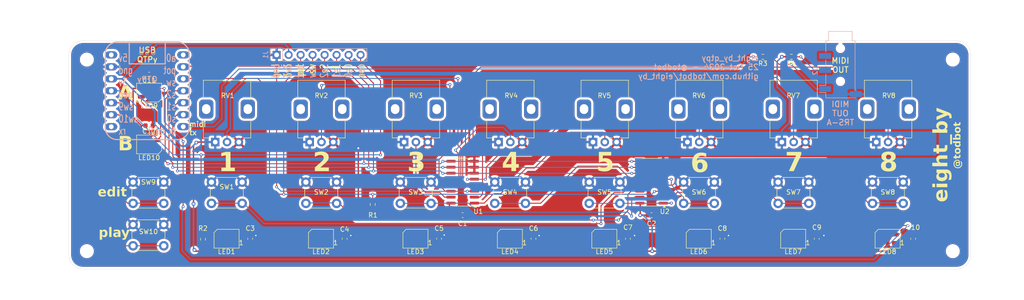
<source format=kicad_pcb>
(kicad_pcb (version 20240108) (generator "pcbnew") (generator_version "8.0")
  (layers (0 "F.Cu" signal) (31 "B.Cu" signal) (34 "B.Paste" user) (35 "F.Paste" user) (36 "B.SilkS" user "B.Silkscreen") (37 "F.SilkS" user "F.Silkscreen") (38 "B.Mask" user) (39 "F.Mask" user) (44 "Edge.Cuts" user))
  (net 0 "")
  (net 1 "/POT1")
  (net 2 "+3V3")
  (net 3 "GND")
  (net 4 "/SW1")
  (net 5 "/POT2")
  (net 6 "/POT3")
  (net 7 "/POT4")
  (net 8 "/POT5")
  (net 9 "/POT6")
  (net 10 "/POT7")
  (net 11 "/POT8")
  (net 12 "/SW2")
  (net 13 "/SW3")
  (net 14 "/SW4")
  (net 15 "/SW5")
  (net 16 "/SW6")
  (net 17 "/SW7")
  (net 18 "/SW8")
  (net 19 "/POT")
  (net 20 "/S0")
  (net 21 "/S1")
  (net 22 "/S2")
  (net 23 "/SW")
  (net 24 "/NEOPIXEL")
  (net 25 "Net-(LED1-DOUT)")
  (net 26 "Net-(LED2-DOUT)")
  (net 27 "Net-(LED3-DOUT)")
  (net 28 "Net-(LED4-DOUT)")
  (net 29 "Net-(LED5-DOUT)")
  (net 30 "Net-(LED6-DOUT)")
  (net 31 "Net-(LED7-DOUT)")
  (net 32 "Net-(LED1-DIN)")
  (net 33 "/SW9")
  (net 34 "/SW10")
  (net 39 "Net-(LED8-DOUT)")
  (net 40 "Net-(LED10-DIN)")
  (net 42 "Net-(J2-PadR1)")
  (net 43 "Net-(J2-PadT)")
  (net 44 "/MIDI_OUT")
  (footprint "Button_Switch_THT:SW_PUSH_6mm_H7.3mm" (layer "F.Cu") (at 55.6 51.4)
    (property "Reference" "SW1")
    (property "Value" "SW_Push_45deg")
  )
  (footprint "Capacitor_SMD:C_0603_1608Metric" (layer "F.Cu") (at 204.2 63.4 90)
    (property "Reference" "C10")
    (property "Value" "100n")
  )
  (footprint "Button_Switch_THT:SW_PUSH_6mm_H7.3mm" (layer "F.Cu") (at 39 60.4)
    (property "Reference" "SW10")
    (property "Value" "SW_Push_45deg")
  )
  (footprint "Capacitor_SMD:C_0603_1608Metric" (layer "F.Cu") (at 143.8 63.4 90)
    (property "Reference" "C7")
    (property "Value" "100n")
  )
  (footprint "Potentiometer_THT:Potentiometer_Alps_RK09K_Single_Vertical" (layer "F.Cu") (at 136.4 42.9 90)
    (property "Reference" "RV5")
    (property "Value" "R_Potentiometer")
  )
  (footprint "Button_Switch_THT:SW_PUSH_6mm_H7.3mm" (layer "F.Cu") (at 115.6 51.4)
    (property "Reference" "SW4")
    (property "Value" "SW_Push_45deg")
  )
  (footprint "MountingHole:MountingHole_2.5mm" (layer "F.Cu") (at 212.6035 66.04)
    (property "Reference" "H4" (hide yes))
    (property "Value" "MountingHole" (hide yes))
  )
  (footprint "Button_Switch_THT:SW_PUSH_6mm_H7.3mm" (layer "F.Cu") (at 75.6 51.4)
    (property "Reference" "SW2")
    (property "Value" "SW_Push_45deg")
  )
  (footprint "LED_SMD:LED_WS2812B-Mini_PLCC4_3.5x3.5mm" (layer "F.Cu") (at 42.4 32.4)
    (property "Reference" "LED9")
    (property "Value" "WS2812B")
  )
  (footprint "LED_SMD:LED_WS2812B-Mini_PLCC4_3.5x3.5mm" (layer "F.Cu") (at 78.8 63.4 180)
    (property "Reference" "LED2")
    (property "Value" "WS2812B")
  )
  (footprint "Capacitor_SMD:C_0603_1608Metric" (layer "F.Cu") (at 42.4 28.6)
    (property "Reference" "C11")
    (property "Value" "100n")
  )
  (footprint "Capacitor_SMD:C_0603_1608Metric" (layer "F.Cu") (at 83.8 63.4 90)
    (property "Reference" "C4")
    (property "Value" "100n")
  )
  (footprint "Potentiometer_THT:Potentiometer_Alps_RK09K_Single_Vertical" (layer "F.Cu") (at 196.4 42.9 90)
    (property "Reference" "RV8")
    (property "Value" "R_Potentiometer")
  )
  (footprint "Capacitor_SMD:C_0603_1608Metric" (layer "F.Cu") (at 148.8 58.4)
    (property "Reference" "C2")
    (property "Value" "100n")
  )
  (footprint "Button_Switch_THT:SW_PUSH_6mm_H7.3mm" (layer "F.Cu") (at 39 51.4)
    (property "Reference" "SW9")
    (property "Value" "SW_Push_45deg")
  )
  (footprint "LED_SMD:LED_WS2812B-Mini_PLCC4_3.5x3.5mm" (layer "F.Cu") (at 178.8 63.4 180)
    (property "Reference" "LED7")
    (property "Value" "WS2812B")
  )
  (footprint "Button_Switch_THT:SW_PUSH_6mm_H7.3mm" (layer "F.Cu") (at 195.6 51.4)
    (property "Reference" "SW8")
    (property "Value" "SW_Push_45deg")
  )
  (footprint "Potentiometer_THT:Potentiometer_Alps_RK09K_Single_Vertical" (layer "F.Cu") (at 176.4 42.9 90)
    (property "Reference" "RV7")
    (property "Value" "R_Potentiometer")
  )
  (footprint "Capacitor_SMD:C_0603_1608Metric" (layer "F.Cu") (at 42.4 39.4)
    (property "Reference" "C12")
    (property "Value" "100n")
  )
  (footprint "LED_SMD:LED_WS2812B-Mini_PLCC4_3.5x3.5mm" (layer "F.Cu") (at 158.8 63.4 180)
    (property "Reference" "LED6")
    (property "Value" "WS2812B")
  )
  (footprint "Potentiometer_THT:Potentiometer_Alps_RK09K_Single_Vertical" (layer "F.Cu") (at 156.4 42.9 90)
    (property "Reference" "RV6")
    (property "Value" "R_Potentiometer")
  )
  (footprint "Package_SO:SOIC-16_3.9x9.9mm_P1.27mm" (layer "F.Cu") (at 108.8 51.4 180)
    (property "Reference" "U1")
    (property "Value" "74HC4051")
  )
  (footprint "MountingHole:MountingHole_2.5mm" (layer "F.Cu") (at 212.6035 25.4)
    (property "Reference" "H3" (hide yes))
    (property "Value" "MountingHole" (hide yes))
  )
  (footprint "Potentiometer_THT:Potentiometer_Alps_RK09K_Single_Vertical" (layer "F.Cu") (at 56.4 42.9 90)
    (property "Reference" "RV1")
    (property "Value" "R_Potentiometer")
  )
  (footprint "Potentiometer_THT:Potentiometer_Alps_RK09K_Single_Vertical" (layer "F.Cu") (at 96.4 42.9 90)
    (property "Reference" "RV3")
    (property "Value" "R_Potentiometer")
  )
  (footprint "LED_SMD:LED_WS2812B-Mini_PLCC4_3.5x3.5mm" (layer "F.Cu") (at 138.8 63.4 180)
    (property "Reference" "LED5")
    (property "Value" "WS2812B")
  )
  (footprint "Resistor_SMD:R_0603_1608Metric" (layer "F.Cu") (at 172.375 24.8 180)
    (property "Reference" "R3")
    (property "Value" "10")
  )
  (footprint "Button_Switch_THT:SW_PUSH_6mm_H7.3mm" (layer "F.Cu") (at 95.6 51.4)
    (property "Reference" "SW3")
    (property "Value" "SW_Push_45deg")
  )
  (footprint "Capacitor_SMD:C_0603_1608Metric" (layer "F.Cu") (at 123.8 63.4 90)
    (property "Reference" "C6")
    (property "Value" "100n")
  )
  (footprint "Capacitor_SMD:C_0603_1608Metric" (layer "F.Cu") (at 63.8 63.4 90)
    (property "Reference" "C3")
    (property "Value" "100n")
  )
  (footprint "Capacitor_SMD:C_0603_1608Metric" (layer "F.Cu") (at 183.8 63.4 90)
    (property "Reference" "C9")
    (property "Value" "100n")
  )
  (footprint "Button_Switch_THT:SW_PUSH_6mm_H7.3mm" (layer "F.Cu") (at 135.6 51.4)
    (property "Reference" "SW5")
    (property "Value" "SW_Push_45deg")
  )
  (footprint "MountingHole:MountingHole_2.5mm" (layer "F.Cu") (at 29.21 66.04)
    (property "Reference" "H2" (hide yes))
    (property "Value" "MountingHole" (hide yes))
  )
  (footprint "Resistor_SMD:R_0603_1608Metric" (layer "F.Cu") (at 53.8035 63.5 90)
    (property "Reference" "R2")
    (property "Value" "470")
  )
  (footprint "Package_SO:SOIC-16_3.9x9.9mm_P1.27mm" (layer "F.Cu") (at 148.8 51.4 180)
    (property "Reference" "U2")
    (property "Value" "74HC4051")
  )
  (footprint "LED_SMD:LED_WS2812B-Mini_PLCC4_3.5x3.5mm" (layer "F.Cu") (at 198.8 63.4 180)
    (property "Reference" "LED8")
    (property "Value" "WS2812B")
  )
  (footprint "Capacitor_SMD:C_0603_1608Metric" (layer "F.Cu") (at 108.8 58.4)
    (property "Reference" "C1")
    (property "Value" "100n")
  )
  (footprint "LED_SMD:LED_WS2812B-Mini_PLCC4_3.5x3.5mm" (layer "F.Cu") (at 98.8 63.4 180)
    (property "Reference" "LED3")
    (property "Value" "WS2812B")
  )
  (footprint "Resistor_SMD:R_0603_1608Metric" (layer "F.Cu") (at 178.4 24.8 180)
    (property "Reference" "R4")
    (property "Value" "33")
  )
  (footprint "Potentiometer_THT:Potentiometer_Alps_RK09K_Single_Vertical" (layer "F.Cu") (at 116.4 42.9 90)
    (property "Reference" "RV4")
    (property "Value" "R_Potentiometer")
  )
  (footprint "Capacitor_SMD:C_0603_1608Metric" (layer "F.Cu") (at 103.8 63.4 90)
    (property "Reference" "C5")
    (property "Value" "100n")
  )
  (footprint "Potentiometer_THT:Potentiometer_Alps_RK09K_Single_Vertical" (layer "F.Cu") (at 76.4 42.9 90)
    (property "Reference" "RV2")
    (property "Value" "R_Potentiometer")
  )
  (footprint "Button_Switch_THT:SW_PUSH_6mm_H7.3mm" (layer "F.Cu") (at 175.6 51.4)
    (property "Reference" "SW7")
    (property "Value" "SW_Push_45deg")
  )
  (footprint "LED_SMD:LED_WS2812B-Mini_PLCC4_3.5x3.5mm" (layer "F.Cu") (at 118.8 63.4 180)
    (property "Reference" "LED4")
    (property "Value" "WS2812B")
  )
  (footprint "MountingHole:MountingHole_2.5mm" (layer "F.Cu") (at 29.21 25.4)
    (property "Reference" "H1" (hide yes))
    (property "Value" "MountingHole" (hide yes))
  )
  (footprint "Resistor_SMD:R_0603_1608Metric" (layer "F.Cu") (at 89.7475 56.134 90)
    (property "Reference" "R1")
    (property "Value" "10k")
  )
  (footprint "Capacitor_SMD:C_0603_1608Metric" (layer "F.Cu") (at 163.8 63.4 90)
    (property "Reference" "C8")
    (property "Value" "100n")
  )
  (footprint "Button_Switch_THT:SW_PUSH_6mm_H7.3mm" (layer "F.Cu") (at 155.6 51.4)
    (property "Reference" "SW6")
    (property "Value" "SW_Push_45deg")
  )
  (footprint "LED_SMD:LED_WS2812B-Mini_PLCC4_3.5x3.5mm" (layer "F.Cu") (at 42.4 43.4)
    (property "Reference" "LED10")
    (property "Value" "WS2812B")
  )
  (footprint "LED_SMD:LED_WS2812B-Mini_PLCC4_3.5x3.5mm" (layer "F.Cu") (at 58.8 63.4 180)
    (property "Reference" "LED1")
    (property "Value" "WS2812B")
  )
  (footprint "todbot_stuff:Jack_3.5mm_PJ320D_Horizontal" (layer "B.Cu") (at 188.8 27.8 -90)
    (property "Reference" "J2")
    (property "Value" "AudioJack4")
  )
  (footprint "todbot_eagle2023:QTPY_TH_HEADERSOCKET" (layer "B.Cu") (at 42 32.02 180)
    (property "Reference" "U3" (hide yes))
    (property "Value" "~")
  )
  (footprint "Connector_PinHeader_2.54mm:PinHeader_1x08_P2.54mm_Vertical" (layer "B.Cu") (at 69.4 24.4 -90)
    (property "Reference" "J1")
    (property "Value" "Conn_01x08")
  )
  (gr_arc (start 216.4 66.85) (mid 215.52132 68.97132) (end 213.4 69.85) (stroke (width 0.05)) (layer "Edge.Cuts"))
  (gr_arc (start 25.4 24.4) (mid 26.27868 22.27868) (end 28.4 21.4) (stroke (width 0.05)) (layer "Edge.Cuts"))
  (gr_arc (start 28.4 69.85) (mid 26.27868 68.97132) (end 25.4 66.85) (stroke (width 0.05)) (layer "Edge.Cuts"))
  (gr_line (start 213.4 69.85) (end 28.4 69.85) (stroke (width 0.05)) (layer "Edge.Cuts"))
  (gr_line (start 216.4 24.4) (end 216.4 66.85) (stroke (width 0.05)) (layer "Edge.Cuts"))
  (gr_line (start 28.4 21.4) (end 213.4 21.4) (stroke (width 0.05)) (layer "Edge.Cuts"))
  (gr_arc (start 213.4 21.4) (mid 215.52132 22.27868) (end 216.4 24.4) (stroke (width 0.05)) (layer "Edge.Cuts"))
  (gr_line (start 25.4 66.85) (end 25.4 24.4) (stroke (width 0.05)) (layer "Edge.Cuts"))
  (gr_text "eight_by_qtpy\n25 Oct 2024 - @todbot \ngithub.com/todbot/eight_by" (at 171.6 27 0) (layer "B.SilkS") (effects (font (size 1.2 1.2) (thickness 0.2) (bold yes)) (justify left mirror)))
  (gr_text "MIDI\nOUT\nTRS-A" (at 188.8 36.8 0) (layer "B.SilkS") (effects (font (size 1.2 1.2) (thickness 0.2) (bold yes)) (justify mirror)))
  (gr_text "QTPy" (at 42 29.6 0) (layer "B.SilkS") (effects (font (size 1.2 1.2) (thickness 0.2) (bold yes)) (justify mirror)))
  (gr_text "gnd\n3v3\npot\nsw\ns2\ns1\ns0\nneo" (at 78.2 29.4 90) (layer "B.SilkS") (effects (font (size 1.6 1.1) (thickness 0.2) (bold yes)) (justify right mirror)))
  (gr_text "5v\ngnd\n3v\nneo\nsw9\nsw10\nrx" (at 35.8 32.8 0) (layer "B.SilkS") (effects (font (size 1.6 1.1) (thickness 0.2) (bold yes)) (justify right mirror)))
  (gr_text "a0\npot\nsw\ns2\ns1\ns0\ntx midi" (at 48.2 32.8 0) (layer "B.SilkS") (effects (font (size 1.6 1.1) (thickness 0.2) (bold yes)) (justify left mirror)))
  (gr_text "USB" (at 42 23.4 0) (layer "F.SilkS") (effects (font (size 1.2 1.2) (thickness 0.2) (bold yes))))
  (gr_text "MIDI\nOUT" (at 188.8 26.6 0) (layer "F.SilkS") (effects (font (size 1.2 1.2) (thickness 0.2) (bold yes))))
  (gr_text "4" (at 119 47.4 0) (layer "F.SilkS") (effects (font (size 4 4) (thickness 0.3) (bold yes))))
  (gr_text "edit" (at 34.6 53.6 0) (layer "F.SilkS") (effects (font (size 2 2) (thickness 0.3) (bold yes))))
  (gr_text "eight_by" (at 210.2 45.6 90) (layer "F.SilkS") (effects (font (size 3 3) (thickness 0.3) (bold yes))))
  (gr_text "gnd\n3v3\npot\nsw\ns2\ns1\ns0\nneo" (at 78.2 26.2 90) (layer "F.SilkS") (effects (font (size 1.6 1.1) (thickness 0.2) (bold yes)) (justify right)))
  (gr_text "7" (at 179 47.4 0) (layer "F.SilkS") (effects (font (size 4 4) (thickness 0.3) (bold yes))))
  (gr_text "2" (at 79 47.4 0) (layer "F.SilkS") (effects (font (size 4 4) (thickness 0.3) (bold yes))))
  (gr_text "A" (at 37.4 32.6 0) (layer "F.SilkS") (effects (font (size 3 3) (thickness 0.3) (bold yes))))
  (gr_text "5" (at 139 47.4 0) (layer "F.SilkS") (effects (font (size 4 4) (thickness 0.3) (bold yes))))
  (gr_text "8" (at 199 47.4 0) (layer "F.SilkS") (effects (font (size 4 4) (thickness 0.3) (bold yes))))
  (gr_text "B" (at 37.4 43.4 0) (layer "F.SilkS") (effects (font (size 3 3) (thickness 0.3) (bold yes))))
  (gr_text "@todbot" (at 213.6 43.6 90) (layer "F.SilkS") (effects (font (size 1.5 1.5) (thickness 0.3) (bold yes))))
  (gr_text "midi\ntx" (at 50.8 40 0) (layer "F.SilkS") (effects (font (size 1.1 1.1) (thickness 0.2) (bold yes)) (justify left)))
  (gr_text "play" (at 35 62.2 0) (layer "F.SilkS") (effects (font (size 2 2) (thickness 0.3) (bold yes))))
  (gr_text "6" (at 159 47.6 0) (layer "F.SilkS") (effects (font (size 4 4) (thickness 0.3) (bold yes))))
  (gr_text "3" (at 99 47.4 0) (layer "F.SilkS") (effects (font (size 4 4) (thickness 0.3) (bold yes))))
  (gr_text "QTPy" (at 42 25.4 0) (layer "F.SilkS") (effects (font (size 1.2 1.2) (thickness 0.2) (bold yes))))
  (gr_text "1" (at 59 47.4 0) (layer "F.SilkS") (effects (font (size 4 4) (thickness 0.3) (bold yes))))
  (segment (start 108.4 51.6) (end 107.965 52.035) (width 0.2) (layer "F.Cu") (net 1))
  (segment (start 107.8 29.4) (end 107.8 43.6) (width 0.2) (layer "F.Cu") (net 1))
  (segment (start 59.18 43.18) (end 59.16 43.16) (width 0.2) (layer "F.Cu") (net 1))
  (segment (start 107.8 43.6) (end 108.4 44.2) (width 0.2) (layer "F.Cu") (net 1))
  (segment (start 108.4 44.2) (end 108.4 51.6) (width 0.2) (layer "F.Cu") (net 1))
  (segment (start 107.965 52.035) (end 106.925 52.035) (width 0.2) (layer "F.Cu") (net 1))
  (segment (start 58.9 42.654) (end 58.8 42.554) (width 0.2) (layer "F.Cu") (net 1))
  (via (at 107.8 29.4) (size 0.6) (drill 0.3) (layers "F.Cu" "B.Cu") (net 1))
  (segment (start 59.6 32.7) (end 59.6 40) (width 0.2) (layer "B.Cu") (net 1))
  (segment (start 58.9 40.7) (end 58.9 42.9) (width 0.2) (layer "B.Cu") (net 1))
  (segment (start 59.6 40) (end 58.9 40.7) (width 0.2) (layer "B.Cu") (net 1))
  (segment (start 107.8 29.4) (end 62.9 29.4) (width 0.2) (layer "B.Cu") (net 1))
  (segment (start 62.9 29.4) (end 59.6 32.7) (width 0.2) (layer "B.Cu") (net 1))
  (segment (start 163.8 64.275) (end 163.685 64.39) (width 0.3) (layer "F.Cu") (net 2))
  (segment (start 142.3255 66.04) (end 148.9295 66.04) (width 0.3) (layer "F.Cu") (net 2))
  (segment (start 89.7475 66.04) (end 101.6855 66.04) (width 0.3) (layer "F.Cu") (net 2))
  (segment (start 106 55.845) (end 106.325 55.845) (width 0.3) (layer "F.Cu") (net 2))
  (segment (start 61.0455 66.04) (end 81.3655 66.04) (width 0.3) (layer "F.Cu") (net 2))
  (segment (start 39 37.64) (end 39 31.62) (width 0.3) (layer "F.Cu") (net 2))
  (segment (start 52.5 42.9) (end 56.4 42.9) (width 0.3) (layer "F.Cu") (net 2))
  (segment (start 108.025 58.4) (end 106 58.4) (width 0.3) (layer "F.Cu") (net 2))
  (segment (start 63.8 64.275) (end 60.455 64.275) (width 0.3) (layer "F.Cu") (net 2))
  (segment (start 140.455 64.275) (end 140.44 64.29) (width 0.3) (layer "F.Cu") (net 2))
  (segment (start 140.44 64.29) (end 140.4 64.33) (width 0.3) (layer "F.Cu") (net 2))
  (segment (start 40.76 39.4) (end 41.625 39.4) (width 0.3) (layer "F.Cu") (net 2))
  (segment (start 38.71 31.51) (end 36.68 29.48) (width 0.3) (layer "F.Cu") (net 2))
  (segment (start 36.68 29.48) (end 34.38 29.48) (width 0.3) (layer "F.Cu") (net 2))
  (segment (start 177.575 24.8) (end 176.4 24.8) (width 0.3) (layer "F.Cu") (net 2))
  (segment (start 80.455 64.275) (end 80.44 64.29) (width 0.3) (layer "F.Cu") (net 2))
  (segment (start 180.44 66.04) (end 182.7115 66.04) (width 0.3) (layer "F.Cu") (net 2))
  (segment (start 60.44 64.29) (end 60.5 64.35) (width 0.3) (layer "F.Cu") (net 2))
  (segment (start 199.96 66.04) (end 182.7115 66.04) (width 0.3) (layer "F.Cu") (net 2))
  (segment (start 180.44 64.29) (end 180.44 66.04) (width 0.3) (layer "F.Cu") (net 2))
  (segment (start 40.76 39.4) (end 39 37.64) (width 0.3) (layer "F.Cu") (net 2))
  (segment (start 52 65.8) (end 52.24 66.04) (width 0.3) (layer "F.Cu") (net 2))
  (segment (start 100.44 64.29) (end 100.44 65.98) (width 0.3) (layer "F.Cu") (net 2))
  (segment (start 204.1 64.275) (end 200.555 64.275) (width 0.3) (layer "F.Cu") (net 2))
  (segment (start 146.325 55.845) (end 146.825 55.845) (width 0.3) (layer "F.Cu") (net 2))
  (segment (start 120.44 64.29) (end 120.44 66.04) (width 0.3) (layer "F.Cu") (net 2))
  (segment (start 101.6855 66.04) (end 109.0515 66.04) (width 0.3) (layer "F.Cu") (net 2))
  (segment (start 200.555 64.275) (end 200.54 64.29) (width 0.3) (layer "F.Cu") (net 2))
  (segment (start 80.44 64.29) (end 80.44 66.04) (width 0.3) (layer "F.Cu") (net 2))
  (segment (start 160.84 64.39) (end 160.54 64.69) (width 0.3) (layer "F.Cu") (net 2))
  (segment (start 146.4 58.4) (end 146.4 55.92) (width 0.3) (layer "F.Cu") (net 2))
  (segment (start 60.5 66.04) (end 61.0455 66.04) (width 0.3) (layer "F.Cu") (net 2))
  (segment (start 100.455 64.275) (end 100.44 64.29) (width 0.3) (layer "F.Cu") (net 2))
  (segment (start 120.455 64.275) (end 120.44 64.29) (width 0.3) (layer "F.Cu") (net 2))
  (segment (start 200.54 64.29) (end 200.54 65.46) (width 0.3) (layer "F.Cu") (net 2))
  (segment (start 40.76 31.51) (end 39.11 31.51) (width 0.3) (layer "F.Cu") (net 2))
  (segment (start 40.76 42.51) (end 40.76 39.4) (width 0.3) (layer "F.Cu") (net 2))
  (segment (start 86.6995 55.88) (end 86.6995 44.196) (width 0.3) (layer "F.Cu") (net 2))
  (segment (start 146.4 58.4) (end 148.025 58.4) (width 0.3) (layer "F.Cu") (net 2))
  (segment (start 81.3655 66.04) (end 89.7475 66.04) (width 0.3) (layer "F.Cu") (net 2))
  (segment (start 87.7785 56.959) (end 86.6995 55.88) (width 0.3) (layer "F.Cu") (net 2))
  (segment (start 148.9295 66.04) (end 162.6455 66.04) (width 0.3) (layer "F.Cu") (net 2))
  (segment (start 108.005 58.42) (end 91.2085 58.42) (width 0.3) (layer "F.Cu") (net 2))
  (segment (start 162.6455 66.04) (end 182.7115 66.04) (width 0.3) (layer "F.Cu") (net 2))
  (segment (start 160.54 66.04) (end 162.6455 66.04) (width 0.3) (layer "F.Cu") (net 2))
  (segment (start 39 31.62) (end 39.11 31.51) (width 0.3) (layer "F.Cu") (net 2))
  (segment (start 41.625 28.775) (end 40.76 29.64) (width 0.3) (layer "F.Cu") (net 2))
  (segment (start 41.625 28.6) (end 41.625 28.775) (width 0.3) (layer "F.Cu") (net 2))
  (segment (start 123.8 64.375) (end 123.7 64.275) (width 0.3) (layer "F.Cu") (net 2))
  (segment (start 120.44 66.04) (end 122.0055 66.04) (width 0.3) (layer "F.Cu") (net 2))
  (segment (start 106 58.4) (end 106 55.845) (width 0.3) (layer "F.Cu") (net 2))
  (segment (start 60.455 64.275) (end 60.44 64.29) (width 0.3) (layer "F.Cu") (net 2))
  (segment (start 160.54 64.69) (end 160.54 66.04) (width 0.3) (layer "F.Cu") (net 2))
  (segment (start 180.455 64.275) (end 180.44 64.29) (width 0.3) (layer "F.Cu") (net 2))
  (segment (start 91.2085 58.42) (end 89.7475 56.959) (width 0.3) (layer "F.Cu") (net 2))
  (segment (start 89.7475 56.959) (end 87.7785 56.959) (width 0.3) (layer "F.Cu") (net 2))
  (segment (start 108.025 58.4) (end 108.005 58.42) (width 0.3) (layer "F.Cu") (net 2))
  (segment (start 123.7 64.275) (end 120.455 64.275) (width 0.3) (layer "F.Cu") (net 2))
  (segment (start 51.8 43.6) (end 52.4 43) (width 0.3) (layer "F.Cu") (net 2))
  (segment (start 163.685 64.39) (end 160.84 64.39) (width 0.3) (layer "F.Cu") (net 2))
  (segment (start 60.5 64.35) (end 60.5 66.04) (width 0.3) (layer "F.Cu") (net 2))
  (segment (start 146.4 55.92) (end 146.325 55.845) (width 0.3) (layer "F.Cu") (net 2))
  (segment (start 204.2 64.175) (end 204.1 64.275) (width 0.3) (layer "F.Cu") (net 2))
  (segment (start 140.4 64.33) (end 140.4 66.04) (width 0.3) (layer "F.Cu") (net 2))
  (segment (start 103.8 64.175) (end 103.7 64.275) (width 0.3) (layer "F.Cu") (net 2))
  (segment (start 100.5 66.04) (end 101.6855 66.04) (width 0.3) (layer "F.Cu") (net 2))
  (segment (start 122.0055 66.04) (end 142.3255 66.04) (width 0.3) (layer "F.Cu") (net 2))
  (segment (start 183.8 64.275) (end 180.455 64.275) (width 0.3) (layer "F.Cu") (net 2))
  (segment (start 200.54 65.46) (end 199.96 66.04) (width 0.3) (layer "F.Cu") (net 2))
  (segment (start 40.76 29.64) (end 40.76 31.51) (width 0.3) (layer "F.Cu") (net 2))
  (segment (start 52.24 66.04) (end 61.0455 66.04) (width 0.3) (layer "F.Cu") (net 2))
  (segment (start 51.8 56) (end 51.8 43.6) (width 0.3) (layer "F.Cu") (net 2))
  (segment (start 109.0515 66.04) (end 122.0055 66.04) (width 0.3) (layer "F.Cu") (net 2))
  (segment (start 52.4 43) (end 52.5 42.9) (width 0.3) (layer "F.Cu") (net 2))
  (segment (start 143.8 64.175) (end 143.7 64.275) (width 0.3) (layer "F.Cu") (net 2))
  (segment (start 39.11 31.51) (end 38.71 31.51) (width 0.3) (layer "F.Cu") (net 2))
  (segment (start 106.325 55.845) (end 106.725 55.845) (width 0.3) (layer "F.Cu") (net 2))
  (segment (start 100.44 65.98) (end 100.5 66.04) (width 0.3) (layer "F.Cu") (net 2))
  (segment (start 83.8 64.275) (end 80.455 64.275) (width 0.3) (layer "F.Cu") (net 2))
  (segment (start 103.7 64.275) (end 100.455 64.275) (width 0.3) (layer "F.Cu") (net 2))
  (segment (start 80.44 66.04) (end 81.3655 66.04) (width 0.3) (layer "F.Cu") (net 2))
  (segment (start 143.7 64.275) (end 140.455 64.275) (width 0.3) (layer "F.Cu") (net 2))
  (via (at 148.9295 66.04) (size 0.8) (drill 0.4) (layers "F.Cu" "B.Cu") (net 2))
  (via (at 52 65.8) (size 0.8) (drill 0.4) (layers "F.Cu" "B.Cu") (net 2))
  (via (at 52.4 43) (size 0.8) (drill 0.4) (layers "F.Cu" "B.Cu") (net 2))
  (via (at 86.6995 44.196) (size 0.8) (drill 0.4) (layers "F.Cu" "B.Cu") (net 2))
  (via (at 51.8 56) (size 0.8) (drill 0.4) (layers "F.Cu" "B.Cu") (net 2))
  (via (at 146.4 58.4) (size 0.8) (drill 0.4) (layers "F.Cu" "B.Cu") (net 2))
  (via (at 176.4 24.8) (size 0.8) (drill 0.4) (layers "F.Cu" "B.Cu") (net 2))
  (segment (start 148.9295 60.3295) (end 148.9295 66.04) (width 0.3) (layer "B.Cu") (net 2))
  (segment (start 71.94 22.94) (end 71.05 22.05) (width 0.3) (layer "B.Cu") (net 2))
  (segment (start 175.4 25.8) (end 175.4 31.2) (width 0.3) (layer "B.Cu") (net 2))
  (segment (start 176.4 24.8) (end 175.4 25.8) (width 0.3) (layer "B.Cu") (net 2))
  (segment (start 50.8 44.6) (end 49 44.6) (width 0.3) (layer "B.Cu") (net 2))
  (segment (start 71.05 22.05) (end 44.11 22.05) (width 0.3) (layer "B.Cu") (net 2))
  (segment (start 178 33.8) (end 178 38.8) (width 0.3) (layer "B.Cu") (net 2))
  (segment (start 178 38.8) (end 176.4 40.4) (width 0.3) (layer "B.Cu") (net 2))
  (segment (start 49 44.6) (end 43.6 39.2) (width 0.3) (layer "B.Cu") (net 2))
  (segment (start 36.68 29.48) (end 34.38 29.48) (width 0.3) (layer "B.Cu") (net 2))
  (segment (start 147 58.4) (end 148.9295 60.3295) (width 0.3) (layer "B.Cu") (net 2))
  (segment (start 52 65.8) (end 51.8 65.6) (width 0.3) (layer "B.Cu") (net 2))
  (segment (start 51.8 65.6) (end 51.8 56) (width 0.3) (layer "B.Cu") (net 2))
  (segment (start 52.4 43) (end 50.8 44.6) (width 0.3) (layer "B.Cu") (net 2))
  (segment (start 176.4 40.4) (end 176.4 42.9) (width 0.3) (layer "B.Cu") (net 2))
  (segment (start 44.11 22.05) (end 36.68 29.48) (width 0.3) (layer "B.Cu") (net 2))
  (segment (start 146.4 58.4) (end 147 58.4) (width 0.3) (layer "B.Cu") (net 2))
  (segment (start 175.4 31.2) (end 178 33.8) (width 0.3) (layer "B.Cu") (net 2))
  (segment (start 43.6 36.4) (end 36.68 29.48) (width 0.3) (layer "B.Cu") (net 2))
  (segment (start 43.6 39.2) (end 43.6 36.4) (width 0.3) (layer "B.Cu") (net 2))
  (segment (start 71.94 24.4) (end 71.94 22.94) (width 0.3) (layer "B.Cu") (net 2))
  (segment (start 143.9 62.725) (end 143.8 62.625) (width 0.2) (layer "F.Cu") (net 3))
  (segment (start 185.3 62.725) (end 183.8 62.725) (width 0.2) (layer "F.Cu") (net 3))
  (segment (start 104.9 62.625) (end 103.8 62.625) (width 0.2) (layer "F.Cu") (net 3))
  (segment (start 165.1 62.725) (end 163.8 62.725) (width 0.2) (layer "F.Cu") (net 3))
  (segment (start 123.887 62.738) (end 123.8 62.825) (width 0.2) (layer "F.Cu") (net 3))
  (segment (start 65 62.725) (end 63.8 62.725) (width 0.2) (layer "F.Cu") (net 3))
  (segment (start 85.1 62.725) (end 83.8 62.725) (width 0.2) (layer "F.Cu") (net 3))
  (segment (start 145.2 62.725) (end 143.9 62.725) (width 0.2) (layer "F.Cu") (net 3))
  (segment (start 125 62.738) (end 123.887 62.738) (width 0.2) (layer "F.Cu") (net 3))
  (via (at 145.2 62.725) (size 0.6) (drill 0.3) (layers "F.Cu" "B.Cu") (net 3))
  (via (at 125 62.738) (size 0.6) (drill 0.3) (layers "F.Cu" "B.Cu") (net 3))
  (via (at 165.1 62.725) (size 0.6) (drill 0.3) (layers "F.Cu" "B.Cu") (net 3))
  (via (at 185.3 62.725) (size 0.6) (drill 0.3) (layers "F.Cu" "B.Cu") (net 3))
  (via (at 65 62.725) (size 0.6) (drill 0.3) (layers "F.Cu" "B.Cu") (net 3))
  (via (at 85.1 62.725) (size 0.6) (drill 0.3) (layers "F.Cu" "B.Cu") (net 3))
  (via (at 104.9 62.625) (size 0.6) (drill 0.3) (layers "F.Cu" "B.Cu") (net 3))
  (segment (start 142.806 53.594) (end 140.906 53.594) (width 0.2) (layer "F.Cu") (net 4))
  (segment (start 144.365 52.035) (end 142.806 53.594) (width 0.2) (layer "F.Cu") (net 4))
  (segment (start 138.1 56.4) (end 138.1 60.2) (width 0.2) (layer "F.Cu") (net 4))
  (segment (start 146.825 52.035) (end 144.365 52.035) (width 0.2) (layer "F.Cu") (net 4))
  (segment (start 140.906 53.594) (end 138.1 56.4) (width 0.2) (layer "F.Cu") (net 4))
  (via (at 138.1 60.2) (size 0.6) (drill 0.3) (layers "F.Cu" "B.Cu") (net 4))
  (segment (start 66.728 60.198) (end 62.41 55.88) (width 0.2) (layer "B.Cu") (net 4))
  (segment (start 138.098 60.198) (end 66.728 60.198) (width 0.2) (layer "B.Cu") (net 4))
  (segment (start 138.1 60.2) (end 138.098 60.198) (width 0.2) (layer "B.Cu") (net 4))
  (segment (start 62.41 55.88) (end 55.91 55.88) (width 0.2) (layer "B.Cu") (net 4))
  (segment (start 106.1 44.3) (end 103.8 46.6) (width 0.2) (layer "F.Cu") (net 5))
  (segment (start 78.9 42.9) (end 78.9 30.9) (width 0.2) (layer "F.Cu") (net 5))
  (segment (start 106.1 30.7) (end 106.1 44.3) (width 0.2) (layer "F.Cu") (net 5))
  (segment (start 105.105 53.305) (end 106.725 53.305) (width 0.2) (layer "F.Cu") (net 5))
  (segment (start 103.8 46.6) (end 103.8 52) (width 0.2) (layer "F.Cu") (net 5))
  (segment (start 103.8 52) (end 105.105 53.305) (width 0.2) (layer "F.Cu") (net 5))
  (via (at 78.9 30.9) (size 0.6) (drill 0.3) (layers "F.Cu" "B.Cu") (net 5))
  (via (at 106.1 30.7) (size 0.6) (drill 0.3) (layers "F.Cu" "B.Cu") (net 5))
  (segment (start 79.1 30.7) (end 106.1 30.7) (width 0.2) (layer "B.Cu") (net 5))
  (segment (start 78.9 30.9) (end 79.1 30.7) (width 0.2) (layer "B.Cu") (net 5))
  (segment (start 104.9525 54.575) (end 106.725 54.575) (width 0.2) (layer "F.Cu") (net 6))
  (segment (start 98.9 42.9) (end 98.9 51.5705) (width 0.2) (layer "F.Cu") (net 6))
  (segment (start 103.9715 53.594) (end 104.9525 54.575) (width 0.2) (layer "F.Cu") (net 6))
  (segment (start 100.9235 53.594) (end 103.9715 53.594) (width 0.2) (layer "F.Cu") (net 6))
  (segment (start 98.9 51.5705) (end 100.9235 53.594) (width 0.2) (layer "F.Cu") (net 6))
  (segment (start 107.435 50.765) (end 106.725 50.765) (width 0.2) (layer "F.Cu") (net 7))
  (segment (start 107.3 44.6) (end 107.3 44.7305) (width 0.2) (layer "F.Cu") (net 7))
  (segment (start 107.3 44.7305) (end 108 45.4305) (width 0.2) (layer "F.Cu") (net 7))
  (segment (start 108 50.2) (end 107.435 50.765) (width 0.2) (layer "F.Cu") (net 7))
  (segment (start 108 45.4305) (end 108 50.2) (width 0.2) (layer "F.Cu") (net 7))
  (via (at 107.3 44.6) (size 0.6) (drill 0.3) (layers "F.Cu" "B.Cu") (net 7))
  (segment (start 117.4 39.8) (end 118.9 41.3) (width 0.2) (layer "B.Cu") (net 7))
  (segment (start 112.1 39.8) (end 117.4 39.8) (width 0.2) (layer "B.Cu") (net 7))
  (segment (start 107.3 44.6) (end 112.1 39.8) (width 0.2) (layer "B.Cu") (net 7))
  (segment (start 118.9 41.3) (end 118.9 42.9) (width 0.2) (layer "B.Cu") (net 7))
  (segment (start 138.9 41.3) (end 138.4 40.8) (width 0.2) (layer "F.Cu") (net 8))
  (segment (start 116.852 53.848) (end 122.3 48.4) (width 0.2) (layer "F.Cu") (net 8))
  (segment (start 122.3 48.4) (end 124 48.4) (width 0.2) (layer "F.Cu") (net 8))
  (segment (start 113.355 55.845) (end 111.675 55.845) (width 0.2) (layer "F.Cu") (net 8))
  (segment (start 116.852 53.848) (end 115.352 53.848) (width 0.2) (layer "F.Cu") (net 8))
  (segment (start 115.352 53.848) (end 113.355 55.845) (width 0.2) (layer "F.Cu") (net 8))
  (segment (start 131.6 40.8) (end 131.8 40.8) (width 0.2) (layer "F.Cu") (net 8))
  (segment (start 138.4 40.8) (end 131.8 40.8) (width 0.2) (layer "F.Cu") (net 8))
  (segment (start 124 48.4) (end 131.6 40.8) (width 0.2) (layer "F.Cu") (net 8))
  (segment (start 138.9 42.9) (end 138.9 41.3) (width 0.2) (layer "F.Cu") (net 8))
  (segment (start 132.7 31.8) (end 155.4 31.8) (width 0.2) (layer "F.Cu") (net 9))
  (segment (start 128.8 35.7) (end 132.7 31.8) (width 0.2) (layer "F.Cu") (net 9))
  (segment (start 111.64 50.8) (end 111.675 50.765) (width 0.2) (layer "F.Cu") (net 9))
  (segment (start 113.6 50.8) (end 113.8 50.6) (width 0.2) (layer "F.Cu") (net 9))
  (segment (start 123.2 45.4) (end 128.8 39.8) (width 0.2) (layer "F.Cu") (net 9))
  (segment (start 113.8 50.6) (end 113.8 48.2) (width 0.2) (layer "F.Cu") (net 9))
  (segment (start 158.9 35.3) (end 158.9 42.9) (width 0.2) (layer "F.Cu") (net 9))
  (segment (start 113.8 48.2) (end 116.6 45.4) (width 0.2) (layer "F.Cu") (net 9))
  (segment (start 116.6 45.4) (end 123.2 45.4) (width 0.2) (layer "F.Cu") (net 9))
  (segment (start 128.8 39.8) (end 128.8 35.7) (width 0.2) (layer "F.Cu") (net 9))
  (segment (start 109.8 50.8) (end 111.64 50.8) (width 0.2) (layer "F.Cu") (net 9))
  (segment (start 155.4 31.8) (end 158.9 35.3) (width 0.2) (layer "F.Cu") (net 9))
  (via (at 109.8 50.8) (size 0.6) (drill 0.3) (layers "F.Cu" "B.Cu") (net 9))
  (via (at 113.6 50.8) (size 0.6) (drill 0.3) (layers "F.Cu" "B.Cu") (net 9))
  (segment (start 109.8 50.8) (end 113.6 50.8) (width 0.2) (layer "B.Cu") (net 9))
  (segment (start 112.425 54.575) (end 111.675 54.575) (width 0.2) (layer "F.Cu") (net 10))
  (segment (start 178.9 32.9) (end 175.2 29.2) (width 0.2) (layer "F.Cu") (net 10))
  (segment (start 113.9 29.2) (end 111 32.1) (width 0.2) (layer "F.Cu") (net 10))
  (segment (start 178.9 42.9) (end 178.9 32.9) (width 0.2) (layer "F.Cu") (net 10))
  (segment (start 111 32.1) (end 111 42.0805) (width 0.2) (layer "F.Cu") (net 10))
  (segment (start 113 54) (end 112.425 54.575) (width 0.2) (layer "F.Cu") (net 10))
  (segment (start 175.2 29.2) (end 113.9 29.2) (width 0.2) (layer "F.Cu") (net 10))
  (segment (start 113 44.0805) (end 113 54) (width 0.2) (layer "F.Cu") (net 10))
  (segment (start 111 42.0805) (end 113 44.0805) (width 0.2) (layer "F.Cu") (net 10))
  (segment (start 198.9 31.3) (end 198.9 42.9) (width 0.2) (layer "F.Cu") (net 11))
  (segment (start 108.8 44) (end 109.4 43.4) (width 0.2) (layer "F.Cu") (net 11))
  (segment (start 108.8 51) (end 108.8 44) (width 0.2) (layer "F.Cu") (net 11))
  (segment (start 109.4 30.2) (end 112.6 27) (width 0.2) (layer "F.Cu") (net 11))
  (segment (start 109.4 43.4) (end 109.4 30.2) (width 0.2) (layer "F.Cu") (net 11))
  (segment (start 112.6 27) (end 194.6 27) (width 0.2) (layer "F.Cu") (net 11))
  (segment (start 111.675 52.035) (end 109.835 52.035) (width 0.2) (layer "F.Cu") (net 11))
  (segment (start 194.6 27) (end 198.9 31.3) (width 0.2) (layer "F.Cu") (net 11))
  (segment (start 109.835 52.035) (end 108.8 51) (width 0.2) (layer "F.Cu") (net 11))
  (segment (start 143.8 57.436) (end 141.8 59.436) (width 0.2) (layer "F.Cu") (net 12))
  (segment (start 82.5555 55.8) (end 82.4 55.8) (width 0.2) (layer "F.Cu") (net 12))
  (segment (start 146.825 53.305) (end 144.495 53.305) (width 0.2) (layer "F.Cu") (net 12))
  (segment (start 144.495 53.305) (end 143.8 54) (width 0.2) (layer "F.Cu") (net 12))
  (segment (start 143.8 54) (end 143.8 57.436) (width 0.2) (layer "F.Cu") (net 12))
  (segment (start 136.4835 59.436) (end 86.1915 59.436) (width 0.2) (layer "F.Cu") (net 12))
  (segment (start 86.1915 59.436) (end 82.5555 55.8) (width 0.2) (layer "F.Cu") (net 12))
  (via (at 136.4835 59.436) (size 0.6) (drill 0.3) (layers "F.Cu" "B.Cu") (net 12))
  (via (at 141.8 59.436) (size 0.6) (drill 0.3) (layers "F.Cu" "B.Cu") (net 12))
  (segment (start 136.4835 59.436) (end 141.8 59.436) (width 0.2) (layer "B.Cu") (net 12))
  (segment (start 75.9 55.8) (end 82.4 55.8) (width 0.2) (layer "B.Cu") (net 12))
  (segment (start 144.6 55.15) (end 145.175 54.575) (width 0.2) (layer "F.Cu") (net 13))
  (segment (start 145.175 54.575) (end 146.825 54.575) (width 0.2) (layer "F.Cu") (net 13))
  (segment (start 144.6 58.6) (end 144.6 55.15) (width 0.2) (layer "F.Cu") (net 13))
  (via (at 144.6 58.6) (size 0.6) (drill 0.3) (layers "F.Cu" "B.Cu") (net 13))
  (segment (start 144.6 58.6) (end 143.785 57.785) (width 0.2) (layer "B.Cu") (net 13))
  (segment (start 110.0675 55.88) (end 102.12 55.88) (width 0.2) (layer "B.Cu") (net 13))
  (segment (start 95.6 55.9) (end 102.1 55.9) (width 0.2) (layer "B.Cu") (net 13))
  (segment (start 143.785 57.785) (end 111.9725 57.785) (width 0.2) (layer "B.Cu") (net 13))
  (segment (start 111.9725 57.785) (end 110.0675 55.88) (width 0.2) (layer "B.Cu") (net 13))
  (segment (start 102.12 55.88) (end 102.1 55.9) (width 0.2) (layer "B.Cu") (net 13))
  (segment (start 125.32 55.88) (end 133.2 48) (width 0.2) (layer "F.Cu") (net 14))
  (segment (start 122.1 55.9) (end 122.12 55.88) (width 0.2) (layer "F.Cu") (net 14))
  (segment (start 144.365 50.765) (end 146.825 50.765) (width 0.2) (layer "F.Cu") (net 14))
  (segment (start 122.12 55.88) (end 125.32 55.88) (width 0.2) (layer "F.Cu") (net 14))
  (segment (start 133.2 48) (end 141.6 48) (width 0.2) (layer "F.Cu") (net 14))
  (segment (start 141.6 48) (end 144.365 50.765) (width 0.2) (layer "F.Cu") (net 14))
  (segment (start 115.6 55.9) (end 122.1 55.9) (width 0.2) (layer "B.Cu") (net 14))
  (segment (start 153.035 55.88) (end 153.1825 55.88) (width 0.2) (layer "F.Cu") (net 15))
  (segment (start 153 55.845) (end 151.775 55.845) (width 0.2) (layer "F.Cu") (net 15))
  (segment (start 153 55.845) (end 153.035 55.88) (width 0.2) (layer "F.Cu") (net 15))
  (via (at 153 55.845) (size 0.6) (drill 0.3) (layers "F.Cu" "B.Cu") (net 15))
  (segment (start 135.62 55.88) (end 135.6 55.9) (width 0.2) (layer "B.Cu") (net 15))
  (segment (start 152.945 55.9) (end 142.1 55.9) (width 0.2) (layer "B.Cu") (net 15))
  (segment (start 142.1 55.9) (end 135.6 55.9) (width 0.2) (layer "B.Cu") (net 15))
  (segment (start 153 55.845) (end 152.945 55.9) (width 0.2) (layer "B.Cu") (net 15))
  (segment (start 151.81 50.8) (end 151.775 50.765) (width 0.2) (layer "F.Cu") (net 16))
  (segment (start 153 50.8) (end 151.81 50.8) (width 0.2) (layer "F.Cu") (net 16))
  (via (at 153 50.8) (size 0.6) (drill 0.3) (layers "F.Cu" "B.Cu") (net 16))
  (segment (start 153 52) (end 155.6 54.6) (width 0.2) (layer "B.Cu") (net 16))
  (segment (start 153 50.8) (end 153 52) (width 0.2) (layer "B.Cu") (net 16))
  (segment (start 155.6 54.6) (end 155.6 55.9) (width 0.2) (layer "B.Cu") (net 16))
  (segment (start 162.1 55.9) (end 155.6 55.9) (width 0.2) (layer "B.Cu") (net 16))
  (segment (start 173.5735 53.6) (end 154.2 53.6) (width 0.2) (layer "F.Cu") (net 17))
  (segment (start 175.6 55.9) (end 175.6 55.6265) (width 0.2) (layer "F.Cu") (net 17))
  (segment (start 175.6 55.6265) (end 173.5735 53.6) (width 0.2) (layer "F.Cu") (net 17))
  (segment (start 154.2 53.6) (end 153.225 54.575) (width 0.2) (layer "F.Cu") (net 17))
  (segment (start 153.225 54.575) (end 151.775 54.575) (width 0.2) (layer "F.Cu") (net 17))
  (segment (start 182.1 55.9) (end 175.6 55.9) (width 0.2) (layer "B.Cu") (net 17))
  (segment (start 185.636 46.736) (end 155.264 46.736) (width 0.2) (layer "F.Cu") (net 18))
  (segment (start 195.9 55.9) (end 194.8 55.9) (width 0.2) (layer "F.Cu") (net 18))
  (segment (start 155.264 46.736) (end 153.8 48.2) (width 0.2) (layer "F.Cu") (net 18))
  (segment (start 153.8 51.5) (end 153.265 52.035) (width 0.2) (layer "F.Cu") (net 18))
  (segment (start 153.8 48.2) (end 153.8 51.5) (width 0.2) (layer "F.Cu") (net 18))
  (segment (start 153.265 52.035) (end 151.775 52.035) (width 0.2) (layer "F.Cu") (net 18))
  (segment (start 194.8 55.9) (end 185.636 46.736) (width 0.2) (layer "F.Cu") (net 18))
  (segment (start 195.9 55.9) (end 196 55.8) (width 0.2) (layer "B.Cu") (net 18))
  (segment (start 202.3 55.8) (end 202.4 55.9) (width 0.2) (layer "B.Cu") (net 18))
  (segment (start 196 55.8) (end 202.3 55.8) (width 0.2) (layer "B.Cu") (net 18))
  (segment (start 70 26.8) (end 49.88 26.8) (width 0.2) (layer "F.Cu") (net 19))
  (segment (start 111.64 53.34) (end 111.675 53.305) (width 0.2) (layer "F.Cu") (net 19))
  (segment (start 69.4 26.9) (end 69.5 26.8) (width 0.2) (layer "F.Cu") (net 19))
  (segment (start 74.479999 24.4) (end 74.479999 26.110001) (width 0.2) (layer "F.Cu") (net 19))
  (segment (start 69.5 26.8) (end 70 26.8) (width 0.2) (layer "F.Cu") (net 19))
  (segment (start 74.479999 26.110001) (end 73.79 26.8) (width 0.2) (layer "F.Cu") (net 19))
  (segment (start 69.4 52.4) (end 69.4 26.9) (width 0.2) (layer "F.Cu") (net 19))
  (segment (start 49.74 26.94) (end 49.62 26.94) (width 0.2) (layer "F.Cu") (net 19))
  (segment (start 73.79 26.8) (end 70 26.8) (width 0.2) (layer "F.Cu") (net 19))
  (segment (start 109.8 53.34) (end 111.64 53.34) (width 0.2) (layer "F.Cu") (net 19))
  (segment (start 49.88 26.8) (end 49.74 26.94) (width 0.2) (layer "F.Cu") (net 19))
  (via (at 69.4 52.4) (size 0.6) (drill 0.3) (layers "F.Cu" "B.Cu") (net 19))
  (via (at 109.8 53.34) (size 0.6) (drill 0.3) (layers "F.Cu" "B.Cu") (net 19))
  (segment (start 69.4 52.4) (end 70.34 53.34) (width 0.2) (layer "B.Cu") (net 19))
  (segment (start 70.34 53.34) (end 109.8 53.34) (width 0.2) (layer "B.Cu") (net 19))
  (segment (start 146.79 49.53) (end 146.825 49.495) (width 0.2) (layer "F.Cu") (net 20))
  (segment (start 48.3 37.1) (end 49.62 37.1) (width 0.2) (layer "F.Cu") (net 20))
  (segment (start 104.6 49.53) (end 106.69 49.53) (width 0.2) (layer "F.Cu") (net 20))
  (segment (start 47.4 45.9) (end 47.4 38) (width 0.2) (layer "F.Cu") (net 20))
  (segment (start 48.4 49.022) (end 48.4 46.9) (width 0.2) (layer "F.Cu") (net 20))
  (segment (start 89.9 30.4) (end 84.64 25.14) (width 0.2) (layer "F.Cu") (net 20))
  (segment (start 47.4 38) (end 48.3 37.1) (width 0.2) (layer "F.Cu") (net 20))
  (segment (start 48.4 46.9) (end 47.4 45.9) (width 0.2) (layer "F.Cu") (net 20))
  (segment (start 84.64 25.14) (end 84.64 24.4) (width 0.2) (layer "F.Cu") (net 20))
  (segment (start 106.69 49.53) (end 106.725 49.495) (width 0.2) (layer "F.Cu") (net 20))
  (segment (start 144.6 49.53) (end 146.79 49.53) (width 0.2) (layer "F.Cu") (net 20))
  (segment (start 89.9 49.022) (end 89.9 30.4) (width 0.2) (layer "F.Cu") (net 20))
  (via (at 144.6 49.53) (size 0.6) (drill 0.3) (layers "F.Cu" "B.Cu") (net 20))
  (via (at 48.4 49.022) (size 0.6) (drill 0.3) (layers "F.Cu" "B.Cu") (net 20))
  (via (at 104.6 49.53) (size 0.6) (drill 0.3) (layers "F.Cu" "B.Cu") (net 20))
  (via (at 89.9 49.022) (size 0.6) (drill 0.3) (layers "F.Cu" "B.Cu") (net 20))
  (segment (start 89.9 49.022) (end 48.4 49.022) (width 0.2) (layer "B.Cu") (net 20))
  (segment (start 104.092 49.022) (end 104.6 49.53) (width 0.2) (layer "B.Cu") (net 20))
  (segment (start 144.6 49.53) (end 104.6 49.53) (width 0.2) (layer "B.Cu") (net 20))
  (segment (start 89.9 49.022) (end 104.092 49.022) (width 0.2) (layer "B.Cu") (net 20))
  (segment (start 48.44 34.56) (end 49.62 34.56) (width 0.2) (layer "F.Cu") (net 21))
  (segment (start 47.4 47.33) (end 46.6 46.53) (width 0.2) (layer "F.Cu") (net 21))
  (segment (start 46.6 46.53) (end 46.6 36.4) (width 0.2) (layer "F.Cu") (net 21))
  (segment (start 146.79 48.26) (end 146.825 48.225) (width 0.2) (layer "F.Cu") (net 21))
  (segment (start 146.29 48.26) (end 144.6 48.26) (width 0.2) (layer "F.Cu") (net 21))
  (segment (start 88.9 48.26) (end 88.9 30.9) (width 0.2) (layer "F.Cu") (net 21))
  (segment (start 144.6 48.26) (end 146.79 48.26) (width 0.2) (layer "F.Cu") (net 21))
  (segment (start 47.4 48.26) (end 47.4 47.33) (width 0.2) (layer "F.Cu") (net 21))
  (segment (start 46.6 36.4) (end 48.44 34.56) (width 0.2) (layer "F.Cu") (net 21))
  (segment (start 104.6 48.26) (end 106.69 48.26) (width 0.2) (layer "F.Cu") (net 21))
  (segment (start 82.1 26.1) (end 82.1 24.4) (width 0.2) (layer "F.Cu") (net 21))
  (segment (start 146.325 48.225) (end 146.29 48.26) (width 0.2) (layer "F.Cu") (net 21))
  (segment (start 83.4 27.4) (end 82.1 26.1) (width 0.2) (layer "F.Cu") (net 21))
  (segment (start 106.69 48.26) (end 106.725 48.225) (width 0.2) (layer "F.Cu") (net 21))
  (segment (start 88.9 30.9) (end 85.4 27.4) (width 0.2) (layer "F.Cu") (net 21))
  (segment (start 85.4 27.4) (end 83.4 27.4) (width 0.2) (layer "F.Cu") (net 21))
  (via (at 144.6 48.26) (size 0.6) (drill 0.3) (layers "F.Cu" "B.Cu") (net 21))
  (via (at 104.6 48.26) (size 0.6) (drill 0.3) (layers "F.Cu" "B.Cu") (net 21))
  (via (at 47.4 48.26) (size 0.6) (drill 0.3) (layers "F.Cu" "B.Cu") (net 21))
  (via (at 88.9 48.26) (size 0.6) (drill 0.3) (layers "F.Cu" "B.Cu") (net 21))
  (segment (start 104.6 48.26) (end 88.9 48.26) (width 0.2) (layer "B.Cu") (net 21))
  (segment (start 144.6 48.26) (end 104.6 48.26) (width 0.2) (layer "B.Cu") (net 21))
  (segment (start 47.4 48.26) (end 88.9 48.26) (width 0.2) (layer "B.Cu") (net 21))
  (segment (start 104.6 46.99) (end 106.69 46.99) (width 0.2) (layer "F.Cu") (net 22))
  (segment (start 144.6 46.99) (end 146.29 46.99) (width 0.2) (layer "F.Cu") (net 22))
  (segment (start 47.58 32.02) (end 49.62 32.02) (width 0.2) (layer "F.Cu") (net 22))
  (segment (start 79.56 26.56) (end 81.4 28.4) (width 0.2) (layer "F.Cu") (net 22))
  (segment (start 45.8 46.898) (end 45.8 33.8) (width 0.2) (layer "F.Cu") (net 22))
  (segment (start 146.29 46.99) (end 146.325 46.955) (width 0.2) (layer "F.Cu") (net 22))
  (segment (start 146.79 46.99) (end 146.825 46.955) (width 0.2) (layer "F.Cu") (net 22))
  (segment (start 45.8 33.8) (end 47.58 32.02) (width 0.2) (layer "F.Cu") (net 22))
  (segment (start 46.4 47.498) (end 45.8 46.898) (width 0.2) (layer "F.Cu") (net 22))
  (segment (start 84.9 28.4) (end 87.875737 31.375737) (width 0.2) (layer "F.Cu") (net 22))
  (segment (start 144.6 46.99) (end 146.79 46.99) (width 0.2) (layer "F.Cu") (net 22))
  (segment (start 106.69 46.99) (end 106.725 46.955) (width 0.2) (layer "F.Cu") (net 22))
  (segment (start 87.875737 31.375737) (end 87.875737 47.435734) (width 0.2) (layer "F.Cu") (net 22))
  (segment (start 79.56 24.4) (end 79.56 26.56) (width 0.2) (layer "F.Cu") (net 22))
  (segment (start 81.4 28.4) (end 84.9 28.4) (width 0.2) (layer "F.Cu") (net 22))
  (via (at 87.875737 47.435734) (size 0.6) (drill 0.3) (layers "F.Cu" "B.Cu") (net 22))
  (via (at 104.6 46.99) (size 0.6) (drill 0.3) (layers "F.Cu" "B.Cu") (net 22))
  (via (at 144.6 46.99) (size 0.6) (drill 0.3) (layers "F.Cu" "B.Cu") (net 22))
  (via (at 46.4 47.498) (size 0.6) (drill 0.3) (layers "F.Cu" "B.Cu") (net 22))
  (segment (start 144.6 46.99) (end 104.6 46.99) (width 0.2) (layer "B.Cu") (net 22))
  (segment (start 104.092 47.498) (end 104.6 46.99) (width 0.2) (layer "B.Cu") (net 22))
  (segment (start 46.4 47.498) (end 104.092 47.498) (width 0.2) (layer "B.Cu") (net 22))
  (segment (start 49.86 29.4) (end 49.78 29.48) (width 0.2) (layer "F.Cu") (net 23))
  (segment (start 70.9 53.975) (end 68.975 53.975) (width 0.2) (layer "F.Cu") (net 23))
  (segment (start 70.9 30.4) (end 70.9 53.975) (width 0.2) (layer "F.Cu") (net 23))
  (segment (start 149.4 53.4) (end 149.46 53.34) (width 0.2) (layer "F.Cu") (net 23))
  (segment (start 67.9 52.9) (end 67.9 31.9) (width 0.2) (layer "F.Cu") (net 23))
  (segment (start 77.02 24.4) (end 77.02 26.28) (width 0.2) (layer "F.Cu") (net 23))
  (segment (start 89.7475 55.309) (end 89.7475 53.975) (width 0.2) (layer "F.Cu") (net 23))
  (segment (start 68.975 53.975) (end 67.9 52.9) (width 0.2) (layer "F.Cu") (net 23))
  (segment (start 49.78 29.48) (end 49.62 29.48) (width 0.2) (layer "F.Cu") (net 23))
  (segment (start 77.02 26.28) (end 74.9 28.4) (width 0.2) (layer "F.Cu") (net 23))
  (segment (start 151.74 53.34) (end 151.775 53.305) (width 0.2) (layer "F.Cu") (net 23))
  (segment (start 74.9 28.4) (end 72.9 28.4) (width 0.2) (layer "F.Cu") (net 23))
  (segment (start 149.46 53.34) (end 151.74 53.34) (width 0.2) (layer "F.Cu") (net 23))
  (segment (start 65.4 29.4) (end 49.86 29.4) (width 0.2) (layer "F.Cu") (net 23))
  (segment (start 67.9 31.9) (end 65.4 29.4) (width 0.2) (layer "F.Cu") (net 23))
  (segment (start 72.9 28.4) (end 70.9 30.4) (width 0.2) (layer "F.Cu") (net 23))
  (via (at 70.9 53.975) (size 0.6) (drill 0.3) (layers "F.Cu" "B.Cu") (net 23))
  (via (at 149.4 53.4) (size 0.6) (drill 0.3) (layers "F.Cu" "B.Cu") (net 23))
  (via (at 89.7475 53.975) (size 0.6) (drill 0.3) (layers "F.Cu" "B.Cu") (net 23))
  (segment (start 148.825 53.975) (end 89.7475 53.975) (width 0.2) (layer "B.Cu") (net 23))
  (segment (start 70.825 53.975) (end 70.9 53.975) (width 0.2) (layer "B.Cu") (net 23))
  (segment (start 70.9 53.975) (end 89.7475 53.975) (width 0.2) (layer "B.Cu") (net 23))
  (segment (start 149.4 53.4) (end 148.825 53.975) (width 0.2) (layer "B.Cu") (net 23))
  (segment (start 87.180001 25.680001) (end 87.180001 24.4) (width 0.2) (layer "F.Cu") (net 24))
  (segment (start 91.4 29.9) (end 87.180001 25.680001) (width 0.2) (layer "F.Cu") (net 24))
  (segment (start 91.4 45.6) (end 91.4 29.9) (width 0.2) (layer "F.Cu") (net 24))
  (segment (start 53.4 61.43575) (end 53.8035 61.83925) (width 0.2) (layer "F.Cu") (net 24))
  (segment (start 53.8035 61.83925) (end 53.8035 62.675) (width 0.2) (layer "F.Cu") (net 24))
  (segment (start 53.4 45.6) (end 53.4 61.43575) (width 0.2) (layer "F.Cu") (net 24))
  (via (at 53.4 45.6) (size 0.6) (drill 0.3) (layers "F.Cu" "B.Cu") (net 24))
  (via (at 91.4 45.6) (size 0.6) (drill 0.3) (layers "F.Cu" "B.Cu") (net 24))
  (segment (start 39.8 37.9) (end 39.8 35.4) (width 0.2) (layer "B.Cu") (net 24))
  (segment (start 47.5 45.6) (end 39.8 37.9) (width 0.2) (layer "B.Cu") (net 24))
  (segment (start 39.8 35.4) (end 36.42 32.02) (width 0.2) (layer "B.Cu") (net 24))
  (segment (start 36.42 32.02) (end 34.38 32.02) (width 0.2) (layer "B.Cu") (net 24))
  (segment (start 91.4 45.6) (end 53.4 45.6) (width 0.2) (layer "B.Cu") (net 24))
  (segment (start 53.4 45.6) (end 47.5 45.6) (width 0.2) (layer "B.Cu") (net 24))
  (segment (start 61.59 62.51) (end 62.632 61.468) (width 0.2) (layer "F.Cu") (net 25))
  (segment (start 61.04 62.51) (end 61.59 62.51) (width 0.2) (layer "F.Cu") (net 25))
  (segment (start 74.71275 64.29) (end 77.16 64.29) (width 0.2) (layer "F.Cu") (net 25))
  (segment (start 71.89075 61.468) (end 74.71275 64.29) (width 0.2) (layer "F.Cu") (net 25))
  (segment (start 62.632 61.468) (end 71.89075 61.468) (width 0.2) (layer "F.Cu") (net 25))
  (segment (start 97.15 64.3) (end 97.16 64.29) (width 0.2) (layer "F.Cu") (net 26))
  (segment (start 80.44 62.51) (end 81.59 62.51) (width 0.2) (layer "F.Cu") (net 26))
  (segment (start 81.59 62.51) (end 82.378 61.722) (width 0.2) (layer "F.Cu") (net 26))
  (segment (start 94.6115 64.3) (end 97.15 64.3) (width 0.2) (layer "F.Cu") (net 26))
  (segment (start 82.378 61.722) (end 92.0335 61.722) (width 0.2) (layer "F.Cu") (net 26))
  (segment (start 92.0335 61.722) (end 94.6115 64.3) (width 0.2) (layer "F.Cu") (net 26))
  (segment (start 112.6075 61.722) (end 115.2755 64.39) (width 0.2) (layer "F.Cu") (net 27))
  (segment (start 115.2755 64.39) (end 117.06 64.39) (width 0.2) (layer "F.Cu") (net 27))
  (segment (start 117.06 64.39) (end 117.16 64.29) (width 0.2) (layer "F.Cu") (net 27))
  (segment (start 100.44 62.51) (end 101.59 62.51) (width 0.2) (layer "F.Cu") (net 27))
  (segment (start 102.378 61.722) (end 112.6075 61.722) (width 0.2) (layer "F.Cu") (net 27))
  (segment (start 101.59 62.51) (end 102.378 61.722) (width 0.2) (layer "F.Cu") (net 27))
  (segment (start 137.15 64.3) (end 137.16 64.29) (width 0.2) (layer "F.Cu") (net 28))
  (segment (start 135.5055 64.3) (end 137.15 64.3) (width 0.2) (layer "F.Cu") (net 28))
  (segment (start 122.68875 61.468) (end 132.6735 61.468) (width 0.2) (layer "F.Cu") (net 28))
  (segment (start 120.44 62.51) (end 121.64675 62.51) (width 0.2) (layer "F.Cu") (net 28))
  (segment (start 132.6735 61.468) (end 135.5055 64.3) (width 0.2) (layer "F.Cu") (net 28))
  (segment (start 121.64675 62.51) (end 122.68875 61.468) (width 0.2) (layer "F.Cu") (net 28))
  (segment (start 142.62175 61.468) (end 152.9935 61.468) (width 0.2) (layer "F.Cu") (net 29))
  (segment (start 141.57975 62.51) (end 142.62175 61.468) (width 0.2) (layer "F.Cu") (net 29))
  (segment (start 152.9935 61.468) (end 155.9155 64.39) (width 0.2) (layer "F.Cu") (net 29))
  (segment (start 156.96 64.39) (end 157.26 64.69) (width 0.2) (layer "F.Cu") (net 29))
  (segment (start 140.44 62.51) (end 141.57975 62.51) (width 0.2) (layer "F.Cu") (net 29))
  (segment (start 155.9155 64.39) (end 156.96 64.39) (width 0.2) (layer "F.Cu") (net 29))
  (segment (start 160.53 62.6) (end 161.7 62.6) (width 0.2) (layer "F.Cu") (net 30))
  (segment (start 173.0595 61.468) (end 175.9815 64.39) (width 0.2) (layer "F.Cu") (net 30))
  (segment (start 175.9815 64.39) (end 177.06 64.39) (width 0.2) (layer "F.Cu") (net 30))
  (segment (start 161.7 62.6) (end 162.832 61.468) (width 0.2) (layer "F.Cu") (net 30))
  (segment (start 160.44 62.51) (end 160.53 62.6) (width 0.2) (layer "F.Cu") (net 30))
  (segment (start 162.832 61.468) (end 173.0595 61.468) (width 0.2) (layer "F.Cu") (net 30))
  (segment (start 177.06 64.39) (end 177.16 64.29) (width 0.2) (layer "F.Cu") (net 30))
  (segment (start 180.44 62.51) (end 182.29 62.51) (width 0.2) (layer "F.Cu") (net 31))
  (segment (start 195.17275 64.39) (end 197.16 64.39) (width 0.2) (layer "F.Cu") (net 31))
  (segment (start 182.29 62.51) (end 183.332 61.468) (width 0.2) (layer "F.Cu") (net 31))
  (segment (start 183.332 61.468) (end 192.25075 61.468) (width 0.2) (layer "F.Cu") (net 31))
  (segment (start 192.25075 61.468) (end 195.17275 64.39) (width 0.2) (layer "F.Cu") (net 31))
  (segment (start 197.16 64.39) (end 197.26 64.29) (width 0.2) (layer "F.Cu") (net 31))
  (segment (start 53.8685 64.39) (end 53.8035 64.325) (width 0.2) (layer "F.Cu") (net 32))
  (segment (start 57.66 64.39) (end 53.8685 64.39) (width 0.2) (layer "F.Cu") (net 32))
  (segment (start 57.76 64.29) (end 57.66 64.39) (width 0.2) (layer "F.Cu") (net 32))
  (segment (start 37.4 36) (end 37.4 55.4) (width 0.2) (layer "F.Cu") (net 33))
  (segment (start 34.38 34.56) (end 35.96 34.56) (width 0.2) (layer "F.Cu") (net 33))
  (segment (start 37.85 55.85) (end 39 55.85) (width 0.2) (layer "F.Cu") (net 33))
  (segment (start 35.96 34.56) (end 37.4 36) (width 0.2) (layer "F.Cu") (net 33))
  (segment (start 37.4 55.4) (end 37.85 55.85) (width 0.2) (layer "F.Cu") (net 33))
  (segment (start 39 55.85) (end 45.5 55.85) (width 0.2) (layer "B.Cu") (net 33))
  (segment (start 34.38 37.1) (end 35.9 37.1) (width 0.2) (layer "F.Cu") (net 34))
  (segment (start 37 64.9) (end 39 64.9) (width 0.2) (layer "F.Cu") (net 34))
  (segment (start 36.4 37.6) (end 36.4 64.3) (width 0.2) (layer "F.Cu") (net 34))
  (segment (start 35.9 37.1) (end 36.4 37.6) (width 0.2) (layer "F.Cu") (net 34))
  (segment (start 36.4 64.3) (end 37 64.9) (width 0.2) (layer "F.Cu") (net 34))
  (segment (start 39 64.9) (end 45.5 64.9) (width 0.2) (layer "B.Cu") (net 34))
  (segment (start 44.04 31.51) (end 45.59 31.51) (width 0.2) (layer "F.Cu") (net 39))
  (segment (start 49.6 42.8) (end 49.6 56.6) (width 0.2) (layer "F.Cu") (net 39))
  (segment (start 203.1 60.6) (end 201.6 60.6) (width 0.2) (layer "F.Cu") (net 39))
  (segment (start 201.6 60.6) (end 200.54 61.66) (width 0.2) (layer "F.Cu") (net 39))
  (segment (start 200.54 61.66) (end 200.54 62.51) (width 0.2) (layer "F.Cu") (net 39))
  (segment (start 45.59 31.51) (end 45.6 31.5) (width 0.2) (layer "F.Cu") (net 39))
  (via (at 49.6 42.8) (size 0.6) (drill 0.3) (layers "F.Cu" "B.Cu") (net 39))
  (via (at 45.6 31.5) (size 0.6) (drill 0.3) (layers "F.Cu" "B.Cu") (net 39))
  (via (at 49.6 56.6) (size 0.6) (drill 0.3) (layers "F.Cu" "B.Cu") (net 39))
  (via (at 203.1 60.6) (size 0.6) (drill 0.3) (layers "F.Cu" "B.Cu") (net 39))
  (segment (start 49.6 42.8) (end 49.6 42.6) (width 0.2) (layer "B.Cu") (net 39))
  (segment (start 49.4 66) (end 51.2 67.8) (width 0.2) (layer "B.Cu") (net 39))
  (segment (start 49.6 56.6) (end 49.4 56.8) (width 0.2) (layer "B.Cu") (net 39))
  (segment (start 45.6 38.6) (end 45.6 31.5) (width 0.2) (layer "B.Cu") (net 39))
  (segment (start 49.4 56.8) (end 49.4 66) (width 0.2) (layer "B.Cu") (net 39))
  (segment (start 51.2 67.8) (end 195.9 67.8) (width 0.2) (layer "B.Cu") (net 39))
  (segment (start 49.6 42.6) (end 45.6 38.6) (width 0.2) (layer "B.Cu") (net 39))
  (segment (start 195.9 67.8) (end 203.1 60.6) (width 0.2) (layer "B.Cu") (net 39))
  (segment (start 43.8 35.2) (end 41.6 35.2) (width 0.2) (layer "F.Cu") (net 40))
  (segment (start 44.04 42.51) (end 44.8 41.75) (width 0.2) (layer "F.Cu") (net 40))
  (segment (start 44.8 36.2) (end 43.8 35.2) (width 0.2) (layer "F.Cu") (net 40))
  (segment (start 41.6 35.2) (end 40.76 34.36) (width 0.2) (layer "F.Cu") (net 40))
  (segment (start 44.8 41.75) (end 44.8 36.2) (width 0.2) (layer "F.Cu") (net 40))
  (segment (start 40.76 34.36) (end 40.76 33.39) (width 0.2) (layer "F.Cu") (net 40))
  (segment (start 180.4 24.8) (end 179.225 24.8) (width 0.2) (layer "F.Cu") (net 42))
  (via (at 180.4 24.8) (size 0.6) (drill 0.3) (layers "F.Cu" "B.Cu") (net 42))
  (segment (start 185.55 27.625) (end 183.225 27.625) (width 0.2) (layer "B.Cu") (net 42))
  (segment (start 183.225 27.625) (end 180.4 24.8) (width 0.2) (layer "B.Cu") (net 42))
  (segment (start 175.8 26.4) (end 174.2 24.8) (width 0.2) (layer "F.Cu") (net 43))
  (segment (start 174.2 24.8) (end 173.2 24.8) (width 0.2) (layer "F.Cu") (net 43))
  (segment (start 178.4 26.4) (end 175.8 26.4) (width 0.2) (layer "F.Cu") (net 43))
  (via (at 178.4 26.4) (size 0.6) (drill 0.3) (layers "F.Cu" "B.Cu") (net 43))
  (segment (start 178.4 26.4) (end 183.624999 31.624999) (width 0.2) (layer "B.Cu") (net 43))
  (segment (start 183.624999 31.624999) (end 185.55 31.624999) (width 0.2) (layer "B.Cu") (net 43))
  (segment (start 170.4 24.8) (end 171.55 24.8) (width 0.2) (layer "F.Cu") (net 44))
  (via (at 170.4 24.8) (size 0.6) (drill 0.3) (layers "F.Cu" "B.Cu") (net 44))
  (segment (start 169.6 24.8) (end 167 27.4) (width 0.2) (layer "B.Cu") (net 44))
  (segment (start 170.4 24.8) (end 169.6 24.8) (width 0.2) (layer "B.Cu") (net 44))
  (segment (start 57.8 31) (end 57.8 38) (width 0.2) (layer "B.Cu") (net 44))
  (segment (start 167 27.4) (end 61.4 27.4) (width 0.2) (layer "B.Cu") (net 44))
  (segment (start 56.16 39.64) (end 49.62 39.64) (width 0.2) (layer "B.Cu") (net 44))
  (segment (start 61.4 27.4) (end 57.8 31) (width 0.2) (layer "B.Cu") (net 44))
  (segment (start 57.8 38) (end 56.16 39.64) (width 0.2) (layer "B.Cu") (net 44))
  (zone (net 3) (net_name "GND") (layer "F.Cu") (connect_pads (clearance 0.5)) (min_thickness 0.25) (fill yes (thermal_gap 0.5) (thermal_bridge_width 0.5))
    (polygon (pts (xy 14.537 17.704) (xy 24.4 76.4) (xy 226.9 72.1) (xy 216.345 18.547)))
  )
  (zone (net 2) (net_name "+3V3") (layer "B.Cu") (priority 2) (connect_pads (clearance 0.5)) (min_thickness 0.25) (fill yes (thermal_gap 0.5) (thermal_bridge_width 0.5))
    (polygon (pts (xy 209.1275 40.64) (xy 209.1275 45.72) (xy 54.0975 45.97) (xy 54.0975 40.89)))
  )
  (zone (net 3) (net_name "GND") (layer "B.Cu") (priority 1) (connect_pads (clearance 0.5)) (min_thickness 0.25) (fill yes (thermal_gap 0.5) (thermal_bridge_width 0.5))
    (polygon (pts (xy 23.183829 71.997) (xy 227.7 72.4) (xy 217.632829 15.911) (xy 15.881829 16.784)))
  )
)
</source>
